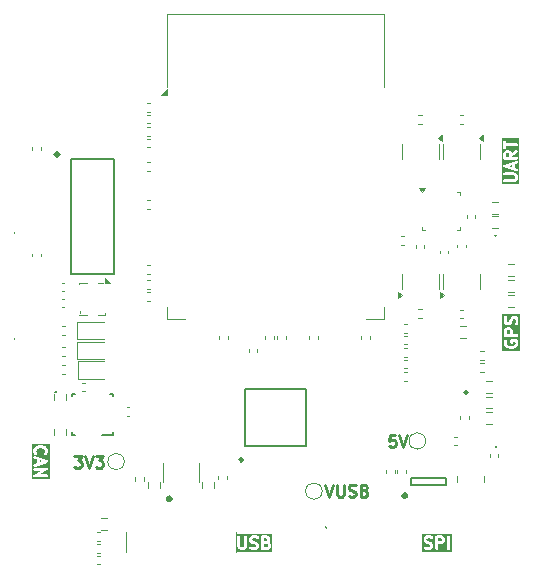
<source format=gbr>
%TF.GenerationSoftware,KiCad,Pcbnew,9.0.2*%
%TF.CreationDate,2025-07-11T17:32:00+01:00*%
%TF.ProjectId,MCU_AURA,4d43555f-4155-4524-912e-6b696361645f,rev?*%
%TF.SameCoordinates,Original*%
%TF.FileFunction,Legend,Top*%
%TF.FilePolarity,Positive*%
%FSLAX46Y46*%
G04 Gerber Fmt 4.6, Leading zero omitted, Abs format (unit mm)*
G04 Created by KiCad (PCBNEW 9.0.2) date 2025-07-11 17:32:00*
%MOMM*%
%LPD*%
G01*
G04 APERTURE LIST*
%ADD10C,0.250000*%
%ADD11C,0.200000*%
%ADD12C,0.120000*%
%ADD13C,0.100000*%
%ADD14C,0.300000*%
G04 APERTURE END LIST*
D10*
X129209711Y-89964619D02*
X129543044Y-90964619D01*
X129543044Y-90964619D02*
X129876377Y-89964619D01*
X130209711Y-89964619D02*
X130209711Y-90774142D01*
X130209711Y-90774142D02*
X130257330Y-90869380D01*
X130257330Y-90869380D02*
X130304949Y-90917000D01*
X130304949Y-90917000D02*
X130400187Y-90964619D01*
X130400187Y-90964619D02*
X130590663Y-90964619D01*
X130590663Y-90964619D02*
X130685901Y-90917000D01*
X130685901Y-90917000D02*
X130733520Y-90869380D01*
X130733520Y-90869380D02*
X130781139Y-90774142D01*
X130781139Y-90774142D02*
X130781139Y-89964619D01*
X131209711Y-90917000D02*
X131352568Y-90964619D01*
X131352568Y-90964619D02*
X131590663Y-90964619D01*
X131590663Y-90964619D02*
X131685901Y-90917000D01*
X131685901Y-90917000D02*
X131733520Y-90869380D01*
X131733520Y-90869380D02*
X131781139Y-90774142D01*
X131781139Y-90774142D02*
X131781139Y-90678904D01*
X131781139Y-90678904D02*
X131733520Y-90583666D01*
X131733520Y-90583666D02*
X131685901Y-90536047D01*
X131685901Y-90536047D02*
X131590663Y-90488428D01*
X131590663Y-90488428D02*
X131400187Y-90440809D01*
X131400187Y-90440809D02*
X131304949Y-90393190D01*
X131304949Y-90393190D02*
X131257330Y-90345571D01*
X131257330Y-90345571D02*
X131209711Y-90250333D01*
X131209711Y-90250333D02*
X131209711Y-90155095D01*
X131209711Y-90155095D02*
X131257330Y-90059857D01*
X131257330Y-90059857D02*
X131304949Y-90012238D01*
X131304949Y-90012238D02*
X131400187Y-89964619D01*
X131400187Y-89964619D02*
X131638282Y-89964619D01*
X131638282Y-89964619D02*
X131781139Y-90012238D01*
X132543044Y-90440809D02*
X132685901Y-90488428D01*
X132685901Y-90488428D02*
X132733520Y-90536047D01*
X132733520Y-90536047D02*
X132781139Y-90631285D01*
X132781139Y-90631285D02*
X132781139Y-90774142D01*
X132781139Y-90774142D02*
X132733520Y-90869380D01*
X132733520Y-90869380D02*
X132685901Y-90917000D01*
X132685901Y-90917000D02*
X132590663Y-90964619D01*
X132590663Y-90964619D02*
X132209711Y-90964619D01*
X132209711Y-90964619D02*
X132209711Y-89964619D01*
X132209711Y-89964619D02*
X132543044Y-89964619D01*
X132543044Y-89964619D02*
X132638282Y-90012238D01*
X132638282Y-90012238D02*
X132685901Y-90059857D01*
X132685901Y-90059857D02*
X132733520Y-90155095D01*
X132733520Y-90155095D02*
X132733520Y-90250333D01*
X132733520Y-90250333D02*
X132685901Y-90345571D01*
X132685901Y-90345571D02*
X132638282Y-90393190D01*
X132638282Y-90393190D02*
X132543044Y-90440809D01*
X132543044Y-90440809D02*
X132209711Y-90440809D01*
G36*
X139057094Y-94514969D02*
G01*
X139076026Y-94533902D01*
X139101377Y-94584603D01*
X139101377Y-94668443D01*
X139076026Y-94719144D01*
X139057094Y-94738077D01*
X139006393Y-94763428D01*
X138779949Y-94763428D01*
X138779949Y-94489619D01*
X139006393Y-94489619D01*
X139057094Y-94514969D01*
G37*
G36*
X139904949Y-95614619D02*
G01*
X137404949Y-95614619D01*
X137404949Y-94555095D01*
X137529949Y-94555095D01*
X137529949Y-94650333D01*
X137532351Y-94674719D01*
X137534069Y-94678867D01*
X137534388Y-94683349D01*
X137543146Y-94706235D01*
X137590764Y-94801472D01*
X137597373Y-94811970D01*
X137598635Y-94815017D01*
X137601450Y-94818448D01*
X137603819Y-94822210D01*
X137606313Y-94824373D01*
X137614180Y-94833959D01*
X137661798Y-94881578D01*
X137671386Y-94889447D01*
X137673548Y-94891939D01*
X137677305Y-94894304D01*
X137680740Y-94897123D01*
X137683790Y-94898386D01*
X137694285Y-94904993D01*
X137789523Y-94952612D01*
X137791308Y-94953295D01*
X137792033Y-94953832D01*
X137802262Y-94957487D01*
X137812409Y-94961370D01*
X137813308Y-94961433D01*
X137815108Y-94962077D01*
X137992274Y-95006368D01*
X138057094Y-95038778D01*
X138076026Y-95057711D01*
X138101377Y-95108412D01*
X138101377Y-95144633D01*
X138076025Y-95195336D01*
X138057094Y-95214268D01*
X138006393Y-95239619D01*
X137818092Y-95239619D01*
X137694477Y-95198415D01*
X137670583Y-95192982D01*
X137621934Y-95196439D01*
X137578309Y-95218251D01*
X137546354Y-95255097D01*
X137530931Y-95301366D01*
X137534388Y-95350015D01*
X137556200Y-95393640D01*
X137593046Y-95425595D01*
X137615421Y-95435585D01*
X137758277Y-95483204D01*
X137770370Y-95485953D01*
X137773420Y-95487217D01*
X137777841Y-95487652D01*
X137782171Y-95488637D01*
X137785462Y-95488403D01*
X137797806Y-95489619D01*
X138035901Y-95489619D01*
X138060287Y-95487217D01*
X138064435Y-95485498D01*
X138068917Y-95485180D01*
X138091803Y-95476422D01*
X138187040Y-95428804D01*
X138197536Y-95422196D01*
X138200586Y-95420933D01*
X138204019Y-95418114D01*
X138207778Y-95415749D01*
X138209940Y-95413255D01*
X138219528Y-95405387D01*
X138267147Y-95357768D01*
X138275014Y-95348180D01*
X138277507Y-95346019D01*
X138279873Y-95342259D01*
X138282692Y-95338825D01*
X138283954Y-95335776D01*
X138290561Y-95325282D01*
X138338180Y-95230044D01*
X138346938Y-95207158D01*
X138347256Y-95202677D01*
X138348975Y-95198528D01*
X138351377Y-95174142D01*
X138351377Y-95078904D01*
X138348975Y-95054518D01*
X138347256Y-95050368D01*
X138346938Y-95045888D01*
X138338180Y-95023002D01*
X138290561Y-94927764D01*
X138283954Y-94917269D01*
X138282691Y-94914219D01*
X138279872Y-94910784D01*
X138277507Y-94907027D01*
X138275015Y-94904865D01*
X138267146Y-94895277D01*
X138219527Y-94847659D01*
X138209941Y-94839792D01*
X138207778Y-94837298D01*
X138204016Y-94834929D01*
X138200585Y-94832114D01*
X138197538Y-94830852D01*
X138187040Y-94824243D01*
X138091803Y-94776625D01*
X138090017Y-94775941D01*
X138089293Y-94775405D01*
X138079063Y-94771749D01*
X138068917Y-94767867D01*
X138068017Y-94767803D01*
X138066218Y-94767160D01*
X137889053Y-94722868D01*
X137824232Y-94690458D01*
X137805299Y-94671526D01*
X137779949Y-94620825D01*
X137779949Y-94584603D01*
X137805299Y-94533901D01*
X137824232Y-94514969D01*
X137874934Y-94489619D01*
X138063237Y-94489619D01*
X138186848Y-94530823D01*
X138210742Y-94536256D01*
X138259392Y-94532799D01*
X138303016Y-94510987D01*
X138334972Y-94474141D01*
X138350395Y-94427872D01*
X138346938Y-94379222D01*
X138339636Y-94364619D01*
X138529949Y-94364619D01*
X138529949Y-95364619D01*
X138532351Y-95389005D01*
X138551015Y-95434065D01*
X138585503Y-95468553D01*
X138630563Y-95487217D01*
X138679335Y-95487217D01*
X138724395Y-95468553D01*
X138758883Y-95434065D01*
X138777547Y-95389005D01*
X138779949Y-95364619D01*
X138779949Y-95013428D01*
X139035901Y-95013428D01*
X139060287Y-95011026D01*
X139064435Y-95009307D01*
X139068917Y-95008989D01*
X139091803Y-95000231D01*
X139187040Y-94952613D01*
X139197538Y-94946003D01*
X139200585Y-94944742D01*
X139204016Y-94941926D01*
X139207778Y-94939558D01*
X139209941Y-94937063D01*
X139219527Y-94929197D01*
X139267146Y-94881579D01*
X139275015Y-94871990D01*
X139277507Y-94869829D01*
X139279872Y-94866071D01*
X139282691Y-94862637D01*
X139283954Y-94859586D01*
X139290561Y-94849092D01*
X139338180Y-94753854D01*
X139346938Y-94730968D01*
X139347256Y-94726487D01*
X139348975Y-94722338D01*
X139351377Y-94697952D01*
X139351377Y-94555095D01*
X139348975Y-94530709D01*
X139347256Y-94526559D01*
X139346938Y-94522079D01*
X139338180Y-94499193D01*
X139290561Y-94403955D01*
X139283954Y-94393460D01*
X139282691Y-94390410D01*
X139279872Y-94386975D01*
X139277507Y-94383218D01*
X139275015Y-94381056D01*
X139267146Y-94371468D01*
X139260297Y-94364619D01*
X139529949Y-94364619D01*
X139529949Y-95364619D01*
X139532351Y-95389005D01*
X139551015Y-95434065D01*
X139585503Y-95468553D01*
X139630563Y-95487217D01*
X139679335Y-95487217D01*
X139724395Y-95468553D01*
X139758883Y-95434065D01*
X139777547Y-95389005D01*
X139779949Y-95364619D01*
X139779949Y-94364619D01*
X139777547Y-94340233D01*
X139758883Y-94295173D01*
X139724395Y-94260685D01*
X139679335Y-94242021D01*
X139630563Y-94242021D01*
X139585503Y-94260685D01*
X139551015Y-94295173D01*
X139532351Y-94340233D01*
X139529949Y-94364619D01*
X139260297Y-94364619D01*
X139219527Y-94323850D01*
X139209941Y-94315983D01*
X139207778Y-94313489D01*
X139204016Y-94311120D01*
X139200585Y-94308305D01*
X139197538Y-94307043D01*
X139187040Y-94300434D01*
X139091803Y-94252816D01*
X139068917Y-94244058D01*
X139064435Y-94243739D01*
X139060287Y-94242021D01*
X139035901Y-94239619D01*
X138654949Y-94239619D01*
X138630563Y-94242021D01*
X138585503Y-94260685D01*
X138551015Y-94295173D01*
X138532351Y-94340233D01*
X138529949Y-94364619D01*
X138339636Y-94364619D01*
X138325126Y-94335598D01*
X138288280Y-94303643D01*
X138265905Y-94293652D01*
X138123048Y-94246034D01*
X138110957Y-94243284D01*
X138107906Y-94242021D01*
X138103483Y-94241585D01*
X138099154Y-94240601D01*
X138095863Y-94240834D01*
X138083520Y-94239619D01*
X137845425Y-94239619D01*
X137821039Y-94242021D01*
X137816889Y-94243739D01*
X137812409Y-94244058D01*
X137789523Y-94252816D01*
X137694285Y-94300435D01*
X137683790Y-94307041D01*
X137680740Y-94308305D01*
X137677305Y-94311123D01*
X137673548Y-94313489D01*
X137671386Y-94315980D01*
X137661798Y-94323850D01*
X137614180Y-94371469D01*
X137606313Y-94381054D01*
X137603819Y-94383218D01*
X137601450Y-94386979D01*
X137598635Y-94390411D01*
X137597373Y-94393457D01*
X137590764Y-94403956D01*
X137543146Y-94499193D01*
X137534388Y-94522079D01*
X137534069Y-94526560D01*
X137532351Y-94530709D01*
X137529949Y-94555095D01*
X137404949Y-94555095D01*
X137404949Y-94114619D01*
X139904949Y-94114619D01*
X139904949Y-95614619D01*
G37*
G36*
X144799145Y-76876353D02*
G01*
X144818077Y-76895286D01*
X144843428Y-76945987D01*
X144843428Y-77172431D01*
X144569619Y-77172431D01*
X144569619Y-76945987D01*
X144594969Y-76895285D01*
X144613902Y-76876353D01*
X144664604Y-76851003D01*
X144748444Y-76851003D01*
X144799145Y-76876353D01*
G37*
G36*
X145694619Y-78595050D02*
G01*
X144194619Y-78595050D01*
X144194619Y-77868860D01*
X144319619Y-77868860D01*
X144319619Y-78011717D01*
X144320834Y-78024060D01*
X144320601Y-78027351D01*
X144321585Y-78031680D01*
X144322021Y-78036103D01*
X144323284Y-78039154D01*
X144326034Y-78051245D01*
X144373652Y-78194102D01*
X144383643Y-78216477D01*
X144386586Y-78219870D01*
X144388305Y-78224020D01*
X144403850Y-78242962D01*
X144499088Y-78338200D01*
X144508673Y-78346066D01*
X144510837Y-78348561D01*
X144514598Y-78350928D01*
X144518030Y-78353745D01*
X144521077Y-78355007D01*
X144531574Y-78361615D01*
X144626812Y-78409234D01*
X144628597Y-78409917D01*
X144629322Y-78410454D01*
X144639551Y-78414109D01*
X144649698Y-78417992D01*
X144650597Y-78418055D01*
X144652397Y-78418699D01*
X144842873Y-78466318D01*
X144847102Y-78466943D01*
X144848804Y-78467648D01*
X144857983Y-78468552D01*
X144867113Y-78469902D01*
X144868935Y-78469630D01*
X144873190Y-78470050D01*
X145016047Y-78470050D01*
X145020301Y-78469630D01*
X145022123Y-78469902D01*
X145031251Y-78468552D01*
X145040433Y-78467648D01*
X145042134Y-78466943D01*
X145046364Y-78466318D01*
X145236840Y-78418699D01*
X145238639Y-78418055D01*
X145239539Y-78417992D01*
X145249685Y-78414109D01*
X145259915Y-78410454D01*
X145260639Y-78409917D01*
X145262425Y-78409234D01*
X145357662Y-78361616D01*
X145368156Y-78355009D01*
X145371207Y-78353746D01*
X145374643Y-78350925D01*
X145378400Y-78348561D01*
X145380560Y-78346069D01*
X145390149Y-78338201D01*
X145485388Y-78242963D01*
X145500933Y-78224021D01*
X145502652Y-78219869D01*
X145505595Y-78216477D01*
X145515585Y-78194102D01*
X145563204Y-78051246D01*
X145565953Y-78039152D01*
X145567217Y-78036103D01*
X145567652Y-78031681D01*
X145568637Y-78027352D01*
X145568403Y-78024060D01*
X145569619Y-78011717D01*
X145569619Y-77916479D01*
X145568403Y-77904135D01*
X145568637Y-77900844D01*
X145567652Y-77896514D01*
X145567217Y-77892093D01*
X145565953Y-77889043D01*
X145563204Y-77876950D01*
X145515585Y-77734094D01*
X145505595Y-77711719D01*
X145502653Y-77708327D01*
X145500933Y-77704174D01*
X145485387Y-77685233D01*
X145437767Y-77637614D01*
X145418830Y-77622073D01*
X145418826Y-77622069D01*
X145373766Y-77603405D01*
X145349380Y-77601003D01*
X145016047Y-77601003D01*
X144991661Y-77603405D01*
X144946601Y-77622069D01*
X144912113Y-77656557D01*
X144893449Y-77701617D01*
X144891047Y-77726003D01*
X144891047Y-77916479D01*
X144893449Y-77940865D01*
X144912113Y-77985925D01*
X144946601Y-78020413D01*
X144991661Y-78039077D01*
X145040433Y-78039077D01*
X145085493Y-78020413D01*
X145119981Y-77985925D01*
X145138645Y-77940865D01*
X145141047Y-77916479D01*
X145141047Y-77851003D01*
X145291032Y-77851003D01*
X145319619Y-77936764D01*
X145319619Y-77991431D01*
X145287746Y-78087049D01*
X145227715Y-78147080D01*
X145162896Y-78179490D01*
X145000658Y-78220050D01*
X144888579Y-78220050D01*
X144726342Y-78179490D01*
X144661519Y-78147079D01*
X144601491Y-78087051D01*
X144569619Y-77991433D01*
X144569619Y-77898368D01*
X144604041Y-77829524D01*
X144612799Y-77806638D01*
X144616256Y-77757989D01*
X144600833Y-77711718D01*
X144568877Y-77674873D01*
X144525254Y-77653062D01*
X144476604Y-77649604D01*
X144430334Y-77665027D01*
X144393489Y-77696983D01*
X144380434Y-77717721D01*
X144332816Y-77812958D01*
X144324058Y-77835844D01*
X144323739Y-77840325D01*
X144322021Y-77844474D01*
X144319619Y-77868860D01*
X144194619Y-77868860D01*
X144194619Y-76916479D01*
X144319619Y-76916479D01*
X144319619Y-77297431D01*
X144322021Y-77321817D01*
X144340685Y-77366877D01*
X144375173Y-77401365D01*
X144420233Y-77420029D01*
X144444619Y-77422431D01*
X145444619Y-77422431D01*
X145469005Y-77420029D01*
X145514065Y-77401365D01*
X145548553Y-77366877D01*
X145567217Y-77321817D01*
X145567217Y-77273045D01*
X145548553Y-77227985D01*
X145514065Y-77193497D01*
X145469005Y-77174833D01*
X145444619Y-77172431D01*
X145093428Y-77172431D01*
X145093428Y-76916479D01*
X145091026Y-76892093D01*
X145089307Y-76887943D01*
X145088989Y-76883463D01*
X145080231Y-76860577D01*
X145032612Y-76765339D01*
X145026005Y-76754844D01*
X145024742Y-76751794D01*
X145021923Y-76748359D01*
X145019558Y-76744602D01*
X145017066Y-76742440D01*
X145009197Y-76732852D01*
X144961578Y-76685234D01*
X144951992Y-76677367D01*
X144949829Y-76674873D01*
X144946067Y-76672504D01*
X144942636Y-76669689D01*
X144939589Y-76668427D01*
X144929091Y-76661818D01*
X144833854Y-76614200D01*
X144810968Y-76605442D01*
X144806486Y-76605123D01*
X144802338Y-76603405D01*
X144777952Y-76601003D01*
X144635095Y-76601003D01*
X144610709Y-76603405D01*
X144606559Y-76605123D01*
X144602079Y-76605442D01*
X144579193Y-76614200D01*
X144483955Y-76661819D01*
X144473460Y-76668425D01*
X144470410Y-76669689D01*
X144466975Y-76672507D01*
X144463218Y-76674873D01*
X144461056Y-76677364D01*
X144451468Y-76685234D01*
X144403850Y-76732853D01*
X144395983Y-76742438D01*
X144393489Y-76744602D01*
X144391120Y-76748363D01*
X144388305Y-76751795D01*
X144387043Y-76754841D01*
X144380434Y-76765340D01*
X144332816Y-76860577D01*
X144324058Y-76883463D01*
X144323739Y-76887944D01*
X144322021Y-76892093D01*
X144319619Y-76916479D01*
X144194619Y-76916479D01*
X144194619Y-75916479D01*
X144319619Y-75916479D01*
X144319619Y-76154574D01*
X144322021Y-76178960D01*
X144323739Y-76183108D01*
X144324058Y-76187590D01*
X144332816Y-76210476D01*
X144380434Y-76305713D01*
X144387043Y-76316211D01*
X144388305Y-76319258D01*
X144391120Y-76322689D01*
X144393489Y-76326451D01*
X144395983Y-76328614D01*
X144403850Y-76338200D01*
X144451468Y-76385819D01*
X144461056Y-76393688D01*
X144463218Y-76396180D01*
X144466975Y-76398545D01*
X144470410Y-76401364D01*
X144473460Y-76402627D01*
X144483955Y-76409234D01*
X144579193Y-76456853D01*
X144602079Y-76465611D01*
X144606559Y-76465929D01*
X144610709Y-76467648D01*
X144635095Y-76470050D01*
X144730333Y-76470050D01*
X144754719Y-76467648D01*
X144758867Y-76465929D01*
X144763349Y-76465611D01*
X144786235Y-76456853D01*
X144881472Y-76409235D01*
X144891970Y-76402625D01*
X144895017Y-76401364D01*
X144898448Y-76398548D01*
X144902210Y-76396180D01*
X144904373Y-76393685D01*
X144913959Y-76385819D01*
X144961578Y-76338201D01*
X144969447Y-76328612D01*
X144971939Y-76326451D01*
X144974304Y-76322693D01*
X144977123Y-76319259D01*
X144978386Y-76316208D01*
X144984993Y-76305714D01*
X145032612Y-76210476D01*
X145033295Y-76208690D01*
X145033832Y-76207966D01*
X145037487Y-76197736D01*
X145041370Y-76187590D01*
X145041433Y-76186690D01*
X145042077Y-76184891D01*
X145086368Y-76007725D01*
X145118778Y-75942904D01*
X145137711Y-75923972D01*
X145188413Y-75898622D01*
X145224634Y-75898622D01*
X145275336Y-75923973D01*
X145294268Y-75942905D01*
X145319619Y-75993606D01*
X145319619Y-76181907D01*
X145278415Y-76305522D01*
X145272982Y-76329416D01*
X145276439Y-76378065D01*
X145298251Y-76421690D01*
X145335097Y-76453645D01*
X145381366Y-76469068D01*
X145430015Y-76465611D01*
X145473640Y-76443799D01*
X145505595Y-76406953D01*
X145515585Y-76384578D01*
X145563204Y-76241722D01*
X145565953Y-76229628D01*
X145567217Y-76226579D01*
X145567652Y-76222157D01*
X145568637Y-76217828D01*
X145568403Y-76214536D01*
X145569619Y-76202193D01*
X145569619Y-75964098D01*
X145567217Y-75939712D01*
X145565498Y-75935562D01*
X145565180Y-75931082D01*
X145556422Y-75908196D01*
X145508803Y-75812958D01*
X145502197Y-75802465D01*
X145500933Y-75799412D01*
X145498112Y-75795975D01*
X145495749Y-75792221D01*
X145493256Y-75790059D01*
X145485387Y-75780471D01*
X145437767Y-75732852D01*
X145428182Y-75724986D01*
X145426019Y-75722492D01*
X145422258Y-75720124D01*
X145418825Y-75717307D01*
X145415777Y-75716044D01*
X145405281Y-75709437D01*
X145310044Y-75661819D01*
X145287158Y-75653061D01*
X145282676Y-75652742D01*
X145278528Y-75651024D01*
X145254142Y-75648622D01*
X145158904Y-75648622D01*
X145134518Y-75651024D01*
X145130368Y-75652742D01*
X145125888Y-75653061D01*
X145103002Y-75661819D01*
X145007764Y-75709438D01*
X144997269Y-75716044D01*
X144994219Y-75717308D01*
X144990784Y-75720126D01*
X144987027Y-75722492D01*
X144984865Y-75724983D01*
X144975277Y-75732853D01*
X144927659Y-75780472D01*
X144919792Y-75790057D01*
X144917298Y-75792221D01*
X144914929Y-75795982D01*
X144912114Y-75799414D01*
X144910852Y-75802460D01*
X144904243Y-75812959D01*
X144856625Y-75908196D01*
X144855941Y-75909981D01*
X144855405Y-75910706D01*
X144851749Y-75920935D01*
X144847867Y-75931082D01*
X144847803Y-75931981D01*
X144847160Y-75933781D01*
X144802868Y-76110945D01*
X144770458Y-76175766D01*
X144751526Y-76194699D01*
X144700825Y-76220050D01*
X144664604Y-76220050D01*
X144613902Y-76194699D01*
X144594969Y-76175767D01*
X144569619Y-76125066D01*
X144569619Y-75936762D01*
X144610823Y-75813151D01*
X144616256Y-75789257D01*
X144612799Y-75740607D01*
X144590987Y-75696983D01*
X144554141Y-75665027D01*
X144507872Y-75649604D01*
X144459222Y-75653061D01*
X144415598Y-75674873D01*
X144383643Y-75711719D01*
X144373652Y-75734094D01*
X144326034Y-75876951D01*
X144323284Y-75889041D01*
X144322021Y-75892093D01*
X144321585Y-75896515D01*
X144320601Y-75900845D01*
X144320834Y-75904135D01*
X144319619Y-75916479D01*
X144194619Y-75916479D01*
X144194619Y-75523622D01*
X145694619Y-75523622D01*
X145694619Y-78595050D01*
G37*
X107957330Y-87514619D02*
X108576377Y-87514619D01*
X108576377Y-87514619D02*
X108243044Y-87895571D01*
X108243044Y-87895571D02*
X108385901Y-87895571D01*
X108385901Y-87895571D02*
X108481139Y-87943190D01*
X108481139Y-87943190D02*
X108528758Y-87990809D01*
X108528758Y-87990809D02*
X108576377Y-88086047D01*
X108576377Y-88086047D02*
X108576377Y-88324142D01*
X108576377Y-88324142D02*
X108528758Y-88419380D01*
X108528758Y-88419380D02*
X108481139Y-88467000D01*
X108481139Y-88467000D02*
X108385901Y-88514619D01*
X108385901Y-88514619D02*
X108100187Y-88514619D01*
X108100187Y-88514619D02*
X108004949Y-88467000D01*
X108004949Y-88467000D02*
X107957330Y-88419380D01*
X108862092Y-87514619D02*
X109195425Y-88514619D01*
X109195425Y-88514619D02*
X109528758Y-87514619D01*
X109766854Y-87514619D02*
X110385901Y-87514619D01*
X110385901Y-87514619D02*
X110052568Y-87895571D01*
X110052568Y-87895571D02*
X110195425Y-87895571D01*
X110195425Y-87895571D02*
X110290663Y-87943190D01*
X110290663Y-87943190D02*
X110338282Y-87990809D01*
X110338282Y-87990809D02*
X110385901Y-88086047D01*
X110385901Y-88086047D02*
X110385901Y-88324142D01*
X110385901Y-88324142D02*
X110338282Y-88419380D01*
X110338282Y-88419380D02*
X110290663Y-88467000D01*
X110290663Y-88467000D02*
X110195425Y-88514619D01*
X110195425Y-88514619D02*
X109909711Y-88514619D01*
X109909711Y-88514619D02*
X109814473Y-88467000D01*
X109814473Y-88467000D02*
X109766854Y-88419380D01*
G36*
X105220096Y-87963044D02*
G01*
X105026095Y-88027711D01*
X105026095Y-87898377D01*
X105220096Y-87963044D01*
G37*
G36*
X105865380Y-89451139D02*
G01*
X104365380Y-89451139D01*
X104365380Y-89192409D01*
X104490685Y-89192409D01*
X104492782Y-89208903D01*
X104492782Y-89225525D01*
X104495830Y-89232885D01*
X104496836Y-89240792D01*
X104505084Y-89255226D01*
X104511446Y-89270585D01*
X104517080Y-89276219D01*
X104521034Y-89283138D01*
X104534178Y-89293317D01*
X104545934Y-89305073D01*
X104553294Y-89308121D01*
X104559595Y-89313001D01*
X104575636Y-89317375D01*
X104590994Y-89323737D01*
X104603465Y-89324965D01*
X104606650Y-89325834D01*
X104609109Y-89325521D01*
X104615380Y-89326139D01*
X105615380Y-89326139D01*
X105639766Y-89323737D01*
X105684826Y-89305073D01*
X105719314Y-89270585D01*
X105737978Y-89225525D01*
X105737978Y-89176753D01*
X105719314Y-89131693D01*
X105684826Y-89097205D01*
X105639766Y-89078541D01*
X105615380Y-89076139D01*
X105086075Y-89076139D01*
X105677397Y-88738241D01*
X105682534Y-88734594D01*
X105684826Y-88733645D01*
X105687160Y-88731310D01*
X105697379Y-88724057D01*
X105707558Y-88710912D01*
X105719314Y-88699157D01*
X105722362Y-88691796D01*
X105727242Y-88685496D01*
X105731616Y-88669454D01*
X105737978Y-88654097D01*
X105737978Y-88646130D01*
X105740075Y-88638441D01*
X105737978Y-88621946D01*
X105737978Y-88605325D01*
X105734929Y-88597964D01*
X105733924Y-88590058D01*
X105725675Y-88575623D01*
X105719314Y-88560265D01*
X105713679Y-88554630D01*
X105709726Y-88547712D01*
X105696581Y-88537532D01*
X105684826Y-88525777D01*
X105677465Y-88522728D01*
X105671165Y-88517849D01*
X105655122Y-88513473D01*
X105639766Y-88507113D01*
X105627296Y-88505884D01*
X105624111Y-88505016D01*
X105621651Y-88505328D01*
X105615380Y-88504711D01*
X104615380Y-88504711D01*
X104590994Y-88507113D01*
X104545934Y-88525777D01*
X104511446Y-88560265D01*
X104492782Y-88605325D01*
X104492782Y-88654097D01*
X104511446Y-88699157D01*
X104545934Y-88733645D01*
X104590994Y-88752309D01*
X104615380Y-88754711D01*
X105144684Y-88754711D01*
X104553363Y-89092609D01*
X104548225Y-89096255D01*
X104545934Y-89097205D01*
X104543599Y-89099539D01*
X104533381Y-89106793D01*
X104523201Y-89119937D01*
X104511446Y-89131693D01*
X104508397Y-89139053D01*
X104503518Y-89145354D01*
X104499143Y-89161395D01*
X104492782Y-89176753D01*
X104492782Y-89184719D01*
X104490685Y-89192409D01*
X104365380Y-89192409D01*
X104365380Y-87614077D01*
X104491362Y-87614077D01*
X104494819Y-87662726D01*
X104516631Y-87706351D01*
X104553477Y-87738306D01*
X104575852Y-87748296D01*
X104776095Y-87815043D01*
X104776095Y-88111044D01*
X104575852Y-88177792D01*
X104553477Y-88187782D01*
X104516631Y-88219737D01*
X104494819Y-88263362D01*
X104491362Y-88312011D01*
X104506785Y-88358280D01*
X104538740Y-88395126D01*
X104582365Y-88416938D01*
X104631014Y-88420395D01*
X104654908Y-88414962D01*
X105654908Y-88081630D01*
X105677283Y-88071639D01*
X105684030Y-88065787D01*
X105692019Y-88061793D01*
X105702285Y-88049955D01*
X105714129Y-88039684D01*
X105718124Y-88031692D01*
X105723975Y-88024947D01*
X105728930Y-88010082D01*
X105735941Y-87996060D01*
X105736574Y-87987149D01*
X105739398Y-87978678D01*
X105738287Y-87963044D01*
X105739398Y-87947410D01*
X105736574Y-87938938D01*
X105735941Y-87930028D01*
X105728930Y-87916006D01*
X105723975Y-87901141D01*
X105718124Y-87894395D01*
X105714129Y-87886404D01*
X105702285Y-87876132D01*
X105692019Y-87864295D01*
X105684030Y-87860300D01*
X105677283Y-87854449D01*
X105654908Y-87844458D01*
X104654908Y-87511126D01*
X104631014Y-87505693D01*
X104582365Y-87509150D01*
X104538740Y-87530962D01*
X104506785Y-87567808D01*
X104491362Y-87614077D01*
X104365380Y-87614077D01*
X104365380Y-87058282D01*
X104490380Y-87058282D01*
X104490380Y-87153520D01*
X104491595Y-87165863D01*
X104491362Y-87169155D01*
X104492346Y-87173484D01*
X104492782Y-87177906D01*
X104494045Y-87180955D01*
X104496795Y-87193049D01*
X104544415Y-87335906D01*
X104554405Y-87358281D01*
X104557348Y-87361675D01*
X104559067Y-87365823D01*
X104574612Y-87384765D01*
X104622230Y-87432384D01*
X104641172Y-87447929D01*
X104686232Y-87466594D01*
X104735005Y-87466594D01*
X104780065Y-87447929D01*
X104814552Y-87413442D01*
X104833217Y-87368382D01*
X104833217Y-87319609D01*
X104814552Y-87274549D01*
X104799007Y-87255607D01*
X104772253Y-87228854D01*
X104740380Y-87133235D01*
X104740380Y-87078566D01*
X104772253Y-86982947D01*
X104832281Y-86922919D01*
X104897104Y-86890508D01*
X105059341Y-86849949D01*
X105171420Y-86849949D01*
X105333658Y-86890508D01*
X105398479Y-86922919D01*
X105458507Y-86982947D01*
X105490380Y-87078567D01*
X105490380Y-87133234D01*
X105458507Y-87228853D01*
X105431754Y-87255608D01*
X105416209Y-87274550D01*
X105397544Y-87319609D01*
X105397544Y-87368383D01*
X105416209Y-87413442D01*
X105450696Y-87447929D01*
X105495755Y-87466594D01*
X105544529Y-87466594D01*
X105589588Y-87447929D01*
X105608530Y-87432384D01*
X105656149Y-87384766D01*
X105671694Y-87365824D01*
X105673413Y-87361672D01*
X105676356Y-87358280D01*
X105686346Y-87335905D01*
X105733965Y-87193049D01*
X105736714Y-87180955D01*
X105737978Y-87177906D01*
X105738413Y-87173484D01*
X105739398Y-87169155D01*
X105739164Y-87165863D01*
X105740380Y-87153520D01*
X105740380Y-87058282D01*
X105739164Y-87045938D01*
X105739398Y-87042647D01*
X105738413Y-87038317D01*
X105737978Y-87033896D01*
X105736714Y-87030846D01*
X105733965Y-87018753D01*
X105686346Y-86875897D01*
X105676356Y-86853522D01*
X105673412Y-86850128D01*
X105671694Y-86845979D01*
X105656149Y-86827037D01*
X105560911Y-86731799D01*
X105551325Y-86723932D01*
X105549162Y-86721438D01*
X105545400Y-86719069D01*
X105541969Y-86716254D01*
X105538922Y-86714992D01*
X105528424Y-86708383D01*
X105433187Y-86660765D01*
X105431401Y-86660081D01*
X105430677Y-86659545D01*
X105420447Y-86655889D01*
X105410301Y-86652007D01*
X105409401Y-86651943D01*
X105407602Y-86651300D01*
X105217126Y-86603681D01*
X105212896Y-86603055D01*
X105211195Y-86602351D01*
X105202013Y-86601446D01*
X105192885Y-86600097D01*
X105191063Y-86600368D01*
X105186809Y-86599949D01*
X105043952Y-86599949D01*
X105039697Y-86600368D01*
X105037875Y-86600097D01*
X105028745Y-86601446D01*
X105019566Y-86602351D01*
X105017864Y-86603055D01*
X105013635Y-86603681D01*
X104823159Y-86651300D01*
X104821359Y-86651943D01*
X104820460Y-86652007D01*
X104810313Y-86655889D01*
X104800084Y-86659545D01*
X104799359Y-86660081D01*
X104797574Y-86660765D01*
X104702336Y-86708384D01*
X104691839Y-86714991D01*
X104688792Y-86716254D01*
X104685360Y-86719070D01*
X104681599Y-86721438D01*
X104679435Y-86723932D01*
X104669850Y-86731799D01*
X104574612Y-86827037D01*
X104559067Y-86845979D01*
X104557348Y-86850126D01*
X104554405Y-86853521D01*
X104544415Y-86875896D01*
X104496795Y-87018753D01*
X104494045Y-87030846D01*
X104492782Y-87033896D01*
X104492346Y-87038317D01*
X104491362Y-87042647D01*
X104491595Y-87045938D01*
X104490380Y-87058282D01*
X104365380Y-87058282D01*
X104365380Y-86474949D01*
X105865380Y-86474949D01*
X105865380Y-89451139D01*
G37*
X135128758Y-85764619D02*
X134652568Y-85764619D01*
X134652568Y-85764619D02*
X134604949Y-86240809D01*
X134604949Y-86240809D02*
X134652568Y-86193190D01*
X134652568Y-86193190D02*
X134747806Y-86145571D01*
X134747806Y-86145571D02*
X134985901Y-86145571D01*
X134985901Y-86145571D02*
X135081139Y-86193190D01*
X135081139Y-86193190D02*
X135128758Y-86240809D01*
X135128758Y-86240809D02*
X135176377Y-86336047D01*
X135176377Y-86336047D02*
X135176377Y-86574142D01*
X135176377Y-86574142D02*
X135128758Y-86669380D01*
X135128758Y-86669380D02*
X135081139Y-86717000D01*
X135081139Y-86717000D02*
X134985901Y-86764619D01*
X134985901Y-86764619D02*
X134747806Y-86764619D01*
X134747806Y-86764619D02*
X134652568Y-86717000D01*
X134652568Y-86717000D02*
X134604949Y-86669380D01*
X135462092Y-85764619D02*
X135795425Y-86764619D01*
X135795425Y-86764619D02*
X136128758Y-85764619D01*
G36*
X124311235Y-94997681D02*
G01*
X124323645Y-95010092D01*
X124348996Y-95060793D01*
X124348996Y-95144633D01*
X124323644Y-95195336D01*
X124304713Y-95214268D01*
X124254012Y-95239619D01*
X124027568Y-95239619D01*
X124027568Y-94965809D01*
X124215618Y-94965809D01*
X124311235Y-94997681D01*
G37*
G36*
X124257094Y-94514969D02*
G01*
X124276026Y-94533902D01*
X124301377Y-94584603D01*
X124301377Y-94620824D01*
X124276026Y-94671525D01*
X124257094Y-94690458D01*
X124206393Y-94715809D01*
X124027568Y-94715809D01*
X124027568Y-94489619D01*
X124206393Y-94489619D01*
X124257094Y-94514969D01*
G37*
G36*
X124723996Y-95614619D02*
G01*
X121652568Y-95614619D01*
X121652568Y-94364619D01*
X121777568Y-94364619D01*
X121777568Y-95174142D01*
X121779970Y-95198528D01*
X121781688Y-95202676D01*
X121782007Y-95207158D01*
X121790765Y-95230044D01*
X121838383Y-95325281D01*
X121844990Y-95335777D01*
X121846253Y-95338825D01*
X121849070Y-95342258D01*
X121851438Y-95346019D01*
X121853932Y-95348182D01*
X121861798Y-95357767D01*
X121909417Y-95405387D01*
X121919005Y-95413256D01*
X121921167Y-95415749D01*
X121924921Y-95418112D01*
X121928358Y-95420933D01*
X121931411Y-95422197D01*
X121941904Y-95428803D01*
X122037142Y-95476422D01*
X122060028Y-95485180D01*
X122064508Y-95485498D01*
X122068658Y-95487217D01*
X122093044Y-95489619D01*
X122283520Y-95489619D01*
X122307906Y-95487217D01*
X122312054Y-95485498D01*
X122316536Y-95485180D01*
X122339422Y-95476422D01*
X122434659Y-95428804D01*
X122445155Y-95422196D01*
X122448205Y-95420933D01*
X122451638Y-95418114D01*
X122455397Y-95415749D01*
X122457559Y-95413255D01*
X122467147Y-95405387D01*
X122514766Y-95357768D01*
X122522633Y-95348180D01*
X122525126Y-95346019D01*
X122527492Y-95342259D01*
X122530311Y-95338825D01*
X122531573Y-95335776D01*
X122538180Y-95325282D01*
X122585799Y-95230044D01*
X122594557Y-95207158D01*
X122594875Y-95202677D01*
X122596594Y-95198528D01*
X122598996Y-95174142D01*
X122598996Y-94555095D01*
X122777568Y-94555095D01*
X122777568Y-94650333D01*
X122779970Y-94674719D01*
X122781688Y-94678867D01*
X122782007Y-94683349D01*
X122790765Y-94706235D01*
X122838383Y-94801472D01*
X122844992Y-94811970D01*
X122846254Y-94815017D01*
X122849069Y-94818448D01*
X122851438Y-94822210D01*
X122853932Y-94824373D01*
X122861799Y-94833959D01*
X122909417Y-94881578D01*
X122919005Y-94889447D01*
X122921167Y-94891939D01*
X122924924Y-94894304D01*
X122928359Y-94897123D01*
X122931409Y-94898386D01*
X122941904Y-94904993D01*
X123037142Y-94952612D01*
X123038927Y-94953295D01*
X123039652Y-94953832D01*
X123049881Y-94957487D01*
X123060028Y-94961370D01*
X123060927Y-94961433D01*
X123062727Y-94962077D01*
X123239893Y-95006368D01*
X123304713Y-95038778D01*
X123323645Y-95057711D01*
X123348996Y-95108412D01*
X123348996Y-95144633D01*
X123323644Y-95195336D01*
X123304713Y-95214268D01*
X123254012Y-95239619D01*
X123065711Y-95239619D01*
X122942096Y-95198415D01*
X122918202Y-95192982D01*
X122869553Y-95196439D01*
X122825928Y-95218251D01*
X122793973Y-95255097D01*
X122778550Y-95301366D01*
X122782007Y-95350015D01*
X122803819Y-95393640D01*
X122840665Y-95425595D01*
X122863040Y-95435585D01*
X123005896Y-95483204D01*
X123017989Y-95485953D01*
X123021039Y-95487217D01*
X123025460Y-95487652D01*
X123029790Y-95488637D01*
X123033081Y-95488403D01*
X123045425Y-95489619D01*
X123283520Y-95489619D01*
X123307906Y-95487217D01*
X123312054Y-95485498D01*
X123316536Y-95485180D01*
X123339422Y-95476422D01*
X123434659Y-95428804D01*
X123445155Y-95422196D01*
X123448205Y-95420933D01*
X123451638Y-95418114D01*
X123455397Y-95415749D01*
X123457559Y-95413255D01*
X123467147Y-95405387D01*
X123514766Y-95357768D01*
X123522633Y-95348180D01*
X123525126Y-95346019D01*
X123527492Y-95342259D01*
X123530311Y-95338825D01*
X123531573Y-95335776D01*
X123538180Y-95325282D01*
X123585799Y-95230044D01*
X123594557Y-95207158D01*
X123594875Y-95202677D01*
X123596594Y-95198528D01*
X123598996Y-95174142D01*
X123598996Y-95078904D01*
X123596594Y-95054518D01*
X123594875Y-95050368D01*
X123594557Y-95045888D01*
X123585799Y-95023002D01*
X123538180Y-94927764D01*
X123531573Y-94917269D01*
X123530310Y-94914219D01*
X123527491Y-94910784D01*
X123525126Y-94907027D01*
X123522634Y-94904865D01*
X123514765Y-94895277D01*
X123467146Y-94847659D01*
X123457560Y-94839792D01*
X123455397Y-94837298D01*
X123451635Y-94834929D01*
X123448204Y-94832114D01*
X123445157Y-94830852D01*
X123434659Y-94824243D01*
X123339422Y-94776625D01*
X123337636Y-94775941D01*
X123336912Y-94775405D01*
X123326682Y-94771749D01*
X123316536Y-94767867D01*
X123315636Y-94767803D01*
X123313837Y-94767160D01*
X123136672Y-94722868D01*
X123071851Y-94690458D01*
X123052918Y-94671526D01*
X123027568Y-94620825D01*
X123027568Y-94584603D01*
X123052918Y-94533901D01*
X123071851Y-94514969D01*
X123122553Y-94489619D01*
X123310856Y-94489619D01*
X123434467Y-94530823D01*
X123458361Y-94536256D01*
X123507011Y-94532799D01*
X123550635Y-94510987D01*
X123582591Y-94474141D01*
X123598014Y-94427872D01*
X123594557Y-94379222D01*
X123587255Y-94364619D01*
X123777568Y-94364619D01*
X123777568Y-95364619D01*
X123779970Y-95389005D01*
X123798634Y-95434065D01*
X123833122Y-95468553D01*
X123878182Y-95487217D01*
X123902568Y-95489619D01*
X124283520Y-95489619D01*
X124307906Y-95487217D01*
X124312054Y-95485498D01*
X124316536Y-95485180D01*
X124339422Y-95476422D01*
X124434659Y-95428804D01*
X124445155Y-95422196D01*
X124448205Y-95420933D01*
X124451638Y-95418114D01*
X124455397Y-95415749D01*
X124457559Y-95413255D01*
X124467147Y-95405387D01*
X124514766Y-95357768D01*
X124522633Y-95348180D01*
X124525126Y-95346019D01*
X124527492Y-95342259D01*
X124530311Y-95338825D01*
X124531573Y-95335776D01*
X124538180Y-95325282D01*
X124585799Y-95230044D01*
X124594557Y-95207158D01*
X124594875Y-95202677D01*
X124596594Y-95198528D01*
X124598996Y-95174142D01*
X124598996Y-95031285D01*
X124596594Y-95006899D01*
X124594875Y-95002749D01*
X124594557Y-94998269D01*
X124585799Y-94975383D01*
X124538180Y-94880145D01*
X124531573Y-94869650D01*
X124530310Y-94866600D01*
X124527491Y-94863165D01*
X124525126Y-94859408D01*
X124522634Y-94857246D01*
X124514765Y-94847658D01*
X124482435Y-94815329D01*
X124482691Y-94815018D01*
X124483954Y-94811967D01*
X124490561Y-94801473D01*
X124538180Y-94706235D01*
X124546938Y-94683349D01*
X124547256Y-94678868D01*
X124548975Y-94674719D01*
X124551377Y-94650333D01*
X124551377Y-94555095D01*
X124548975Y-94530709D01*
X124547256Y-94526559D01*
X124546938Y-94522079D01*
X124538180Y-94499193D01*
X124490561Y-94403955D01*
X124483954Y-94393460D01*
X124482691Y-94390410D01*
X124479872Y-94386975D01*
X124477507Y-94383218D01*
X124475015Y-94381056D01*
X124467146Y-94371468D01*
X124419527Y-94323850D01*
X124409941Y-94315983D01*
X124407778Y-94313489D01*
X124404016Y-94311120D01*
X124400585Y-94308305D01*
X124397538Y-94307043D01*
X124387040Y-94300434D01*
X124291803Y-94252816D01*
X124268917Y-94244058D01*
X124264435Y-94243739D01*
X124260287Y-94242021D01*
X124235901Y-94239619D01*
X123902568Y-94239619D01*
X123878182Y-94242021D01*
X123833122Y-94260685D01*
X123798634Y-94295173D01*
X123779970Y-94340233D01*
X123777568Y-94364619D01*
X123587255Y-94364619D01*
X123572745Y-94335598D01*
X123535899Y-94303643D01*
X123513524Y-94293652D01*
X123370667Y-94246034D01*
X123358576Y-94243284D01*
X123355525Y-94242021D01*
X123351102Y-94241585D01*
X123346773Y-94240601D01*
X123343482Y-94240834D01*
X123331139Y-94239619D01*
X123093044Y-94239619D01*
X123068658Y-94242021D01*
X123064508Y-94243739D01*
X123060028Y-94244058D01*
X123037142Y-94252816D01*
X122941904Y-94300435D01*
X122931409Y-94307041D01*
X122928359Y-94308305D01*
X122924924Y-94311123D01*
X122921167Y-94313489D01*
X122919005Y-94315980D01*
X122909417Y-94323850D01*
X122861799Y-94371469D01*
X122853932Y-94381054D01*
X122851438Y-94383218D01*
X122849069Y-94386979D01*
X122846254Y-94390411D01*
X122844992Y-94393457D01*
X122838383Y-94403956D01*
X122790765Y-94499193D01*
X122782007Y-94522079D01*
X122781688Y-94526560D01*
X122779970Y-94530709D01*
X122777568Y-94555095D01*
X122598996Y-94555095D01*
X122598996Y-94364619D01*
X122596594Y-94340233D01*
X122577930Y-94295173D01*
X122543442Y-94260685D01*
X122498382Y-94242021D01*
X122449610Y-94242021D01*
X122404550Y-94260685D01*
X122370062Y-94295173D01*
X122351398Y-94340233D01*
X122348996Y-94364619D01*
X122348996Y-95144633D01*
X122323644Y-95195336D01*
X122304713Y-95214268D01*
X122254012Y-95239619D01*
X122122553Y-95239619D01*
X122071851Y-95214268D01*
X122052919Y-95195336D01*
X122027568Y-95144634D01*
X122027568Y-94364619D01*
X122025166Y-94340233D01*
X122006502Y-94295173D01*
X121972014Y-94260685D01*
X121926954Y-94242021D01*
X121878182Y-94242021D01*
X121833122Y-94260685D01*
X121798634Y-94295173D01*
X121779970Y-94340233D01*
X121777568Y-94364619D01*
X121652568Y-94364619D01*
X121652568Y-94114619D01*
X124723996Y-94114619D01*
X124723996Y-95614619D01*
G37*
G36*
X144983904Y-63044002D02*
G01*
X144789903Y-62979336D01*
X144983904Y-62914669D01*
X144983904Y-63044002D01*
G37*
G36*
X144749145Y-61891591D02*
G01*
X144768077Y-61910524D01*
X144793428Y-61961225D01*
X144793428Y-62187669D01*
X144519619Y-62187669D01*
X144519619Y-61961225D01*
X144544969Y-61910523D01*
X144563902Y-61891591D01*
X144614604Y-61866241D01*
X144698444Y-61866241D01*
X144749145Y-61891591D01*
G37*
G36*
X145644619Y-64467431D02*
G01*
X144144619Y-64467431D01*
X144144619Y-63621617D01*
X144272021Y-63621617D01*
X144272021Y-63670389D01*
X144290685Y-63715449D01*
X144325173Y-63749937D01*
X144370233Y-63768601D01*
X144394619Y-63771003D01*
X145174634Y-63771003D01*
X145225336Y-63796354D01*
X145244268Y-63815286D01*
X145269619Y-63865987D01*
X145269619Y-63997446D01*
X145244268Y-64048147D01*
X145225336Y-64067080D01*
X145174634Y-64092431D01*
X144394619Y-64092431D01*
X144370233Y-64094833D01*
X144325173Y-64113497D01*
X144290685Y-64147985D01*
X144272021Y-64193045D01*
X144272021Y-64241817D01*
X144290685Y-64286877D01*
X144325173Y-64321365D01*
X144370233Y-64340029D01*
X144394619Y-64342431D01*
X145204142Y-64342431D01*
X145228528Y-64340029D01*
X145232676Y-64338310D01*
X145237158Y-64337992D01*
X145260044Y-64329234D01*
X145355281Y-64281616D01*
X145365777Y-64275008D01*
X145368825Y-64273746D01*
X145372258Y-64270928D01*
X145376019Y-64268561D01*
X145378182Y-64266066D01*
X145387767Y-64258201D01*
X145435387Y-64210582D01*
X145443256Y-64200993D01*
X145445749Y-64198832D01*
X145448112Y-64195077D01*
X145450933Y-64191641D01*
X145452197Y-64188587D01*
X145458803Y-64178095D01*
X145506422Y-64082857D01*
X145515180Y-64059971D01*
X145515498Y-64055490D01*
X145517217Y-64051341D01*
X145519619Y-64026955D01*
X145519619Y-63836479D01*
X145517217Y-63812093D01*
X145515498Y-63807943D01*
X145515180Y-63803463D01*
X145506422Y-63780577D01*
X145458803Y-63685339D01*
X145452197Y-63674846D01*
X145450933Y-63671793D01*
X145448112Y-63668356D01*
X145445749Y-63664602D01*
X145443256Y-63662440D01*
X145435387Y-63652852D01*
X145387767Y-63605233D01*
X145378182Y-63597367D01*
X145376019Y-63594873D01*
X145372258Y-63592505D01*
X145368825Y-63589688D01*
X145365777Y-63588425D01*
X145355281Y-63581818D01*
X145260044Y-63534200D01*
X145237158Y-63525442D01*
X145232676Y-63525123D01*
X145228528Y-63523405D01*
X145204142Y-63521003D01*
X144394619Y-63521003D01*
X144370233Y-63523405D01*
X144325173Y-63542069D01*
X144290685Y-63576557D01*
X144272021Y-63621617D01*
X144144619Y-63621617D01*
X144144619Y-62963702D01*
X144270601Y-62963702D01*
X144271711Y-62979336D01*
X144270601Y-62994970D01*
X144273424Y-63003441D01*
X144274058Y-63012351D01*
X144281068Y-63026371D01*
X144286024Y-63041239D01*
X144291874Y-63047985D01*
X144295870Y-63055976D01*
X144307710Y-63066244D01*
X144317979Y-63078085D01*
X144325969Y-63082080D01*
X144332716Y-63087931D01*
X144355091Y-63097921D01*
X145355090Y-63431254D01*
X145378984Y-63436687D01*
X145427634Y-63433230D01*
X145471258Y-63411418D01*
X145503214Y-63374572D01*
X145518637Y-63328303D01*
X145515180Y-63279653D01*
X145493368Y-63236029D01*
X145456522Y-63204074D01*
X145434147Y-63194083D01*
X145233904Y-63127335D01*
X145233904Y-62831336D01*
X145434147Y-62764589D01*
X145456522Y-62754598D01*
X145493368Y-62722643D01*
X145515180Y-62679019D01*
X145518637Y-62630369D01*
X145503214Y-62584100D01*
X145471258Y-62547254D01*
X145427634Y-62525442D01*
X145378984Y-62521985D01*
X145355090Y-62527418D01*
X144355091Y-62860751D01*
X144332716Y-62870741D01*
X144325969Y-62876591D01*
X144317979Y-62880587D01*
X144307710Y-62892427D01*
X144295870Y-62902696D01*
X144291874Y-62910686D01*
X144286024Y-62917433D01*
X144281068Y-62932300D01*
X144274058Y-62946321D01*
X144273424Y-62955230D01*
X144270601Y-62963702D01*
X144144619Y-62963702D01*
X144144619Y-61931717D01*
X144269619Y-61931717D01*
X144269619Y-62312669D01*
X144272021Y-62337055D01*
X144290685Y-62382115D01*
X144325173Y-62416603D01*
X144370233Y-62435267D01*
X144394619Y-62437669D01*
X145394619Y-62437669D01*
X145419005Y-62435267D01*
X145464065Y-62416603D01*
X145498553Y-62382115D01*
X145517217Y-62337055D01*
X145517217Y-62288283D01*
X145498553Y-62243223D01*
X145464065Y-62208735D01*
X145419005Y-62190071D01*
X145394619Y-62187669D01*
X145043428Y-62187669D01*
X145043428Y-62139656D01*
X145466302Y-61843645D01*
X145484902Y-61827693D01*
X145511114Y-61786562D01*
X145519590Y-61738531D01*
X145509040Y-61690913D01*
X145481071Y-61650958D01*
X145439941Y-61624746D01*
X145391909Y-61616270D01*
X145344292Y-61626820D01*
X145322936Y-61638837D01*
X145018347Y-61852048D01*
X144982612Y-61780577D01*
X144976005Y-61770082D01*
X144974742Y-61767032D01*
X144971923Y-61763597D01*
X144969558Y-61759840D01*
X144967066Y-61757678D01*
X144959197Y-61748090D01*
X144911578Y-61700472D01*
X144901992Y-61692605D01*
X144899829Y-61690111D01*
X144896067Y-61687742D01*
X144892636Y-61684927D01*
X144889589Y-61683665D01*
X144879091Y-61677056D01*
X144783854Y-61629438D01*
X144760968Y-61620680D01*
X144756486Y-61620361D01*
X144752338Y-61618643D01*
X144727952Y-61616241D01*
X144585095Y-61616241D01*
X144560709Y-61618643D01*
X144556559Y-61620361D01*
X144552079Y-61620680D01*
X144529193Y-61629438D01*
X144433955Y-61677057D01*
X144423460Y-61683663D01*
X144420410Y-61684927D01*
X144416975Y-61687745D01*
X144413218Y-61690111D01*
X144411056Y-61692602D01*
X144401468Y-61700472D01*
X144353850Y-61748091D01*
X144345983Y-61757676D01*
X144343489Y-61759840D01*
X144341120Y-61763601D01*
X144338305Y-61767033D01*
X144337043Y-61770079D01*
X144330434Y-61780578D01*
X144282816Y-61875815D01*
X144274058Y-61898701D01*
X144273739Y-61903182D01*
X144272021Y-61907331D01*
X144269619Y-61931717D01*
X144144619Y-61931717D01*
X144144619Y-60884098D01*
X144269619Y-60884098D01*
X144269619Y-61455526D01*
X144272021Y-61479912D01*
X144290685Y-61524972D01*
X144325173Y-61559460D01*
X144370233Y-61578124D01*
X144419005Y-61578124D01*
X144464065Y-61559460D01*
X144498553Y-61524972D01*
X144517217Y-61479912D01*
X144519619Y-61455526D01*
X144519619Y-61294812D01*
X145394619Y-61294812D01*
X145419005Y-61292410D01*
X145464065Y-61273746D01*
X145498553Y-61239258D01*
X145517217Y-61194198D01*
X145517217Y-61145426D01*
X145498553Y-61100366D01*
X145464065Y-61065878D01*
X145419005Y-61047214D01*
X145394619Y-61044812D01*
X144519619Y-61044812D01*
X144519619Y-60884098D01*
X144517217Y-60859712D01*
X144498553Y-60814652D01*
X144464065Y-60780164D01*
X144419005Y-60761500D01*
X144370233Y-60761500D01*
X144325173Y-60780164D01*
X144290685Y-60814652D01*
X144272021Y-60859712D01*
X144269619Y-60884098D01*
X144144619Y-60884098D01*
X144144619Y-60636500D01*
X145644619Y-60636500D01*
X145644619Y-64467431D01*
G37*
D11*
%TO.C,IC2*%
X122385000Y-86675000D02*
X122385000Y-81825000D01*
X127615000Y-86675000D02*
X122385000Y-86675000D01*
X122385000Y-81825000D02*
X127615000Y-81825000D01*
X127615000Y-81825000D02*
X127615000Y-86675000D01*
D10*
X122225000Y-87850000D02*
G75*
G02*
X121975000Y-87850000I-125000J0D01*
G01*
X121975000Y-87850000D02*
G75*
G02*
X122225000Y-87850000I125000J0D01*
G01*
D12*
%TO.C,C106*%
X140142164Y-85890000D02*
X140357836Y-85890000D01*
X140142164Y-86610000D02*
X140357836Y-86610000D01*
D11*
%TO.C,U202*%
X111225003Y-82275000D02*
X111225003Y-82474999D01*
X111224998Y-85725000D02*
X110300001Y-85725000D01*
X111224998Y-85525001D02*
X111224998Y-85725000D01*
X111224998Y-82275000D02*
X110975001Y-82275000D01*
X108024999Y-85725000D02*
X107775002Y-85725000D01*
X108024999Y-82275000D02*
X107775002Y-82275000D01*
X107774997Y-85525001D02*
X107774997Y-85725000D01*
X107774997Y-82275000D02*
X107774997Y-82474999D01*
D12*
%TO.C,Q300*%
X135690000Y-61750000D02*
X135690000Y-61100000D01*
X135690000Y-61750000D02*
X135690000Y-62400000D01*
X138810000Y-61750000D02*
X138810000Y-61100000D01*
X138810000Y-61750000D02*
X138810000Y-62400000D01*
X139090000Y-60827500D02*
X138760000Y-60587500D01*
X139090000Y-60347500D01*
X139090000Y-60827500D01*
G36*
X139090000Y-60827500D02*
G01*
X138760000Y-60587500D01*
X139090000Y-60347500D01*
X139090000Y-60827500D01*
G37*
D13*
%TO.C,D403*%
X145150000Y-73900000D02*
X144650000Y-73900000D01*
X145150000Y-74900000D02*
X144650000Y-74900000D01*
D12*
%TO.C,C300*%
X136890000Y-69667164D02*
X136890000Y-69882836D01*
X137610000Y-69667164D02*
X137610000Y-69882836D01*
D13*
%TO.C,S201*%
X102850000Y-77550000D02*
X102850000Y-77550000D01*
X102850000Y-77650000D02*
X102850000Y-77650000D01*
X102850000Y-77550000D02*
G75*
G02*
X102850000Y-77650000I0J-50000D01*
G01*
X102850000Y-77650000D02*
G75*
G02*
X102850000Y-77550000I0J50000D01*
G01*
D11*
%TO.C,U101*%
X136500000Y-89350000D02*
X139400000Y-89350000D01*
X136500000Y-89950000D02*
X136500000Y-89350000D01*
X139400000Y-89350000D02*
X139400000Y-89950000D01*
X139400000Y-89950000D02*
X136500000Y-89950000D01*
D14*
X136100000Y-90900000D02*
G75*
G02*
X135800000Y-90900000I-150000J0D01*
G01*
X135800000Y-90900000D02*
G75*
G02*
X136100000Y-90900000I150000J0D01*
G01*
D12*
%TO.C,R102*%
X142653641Y-78620000D02*
X142346359Y-78620000D01*
X142653641Y-79380000D02*
X142346359Y-79380000D01*
D11*
%TO.C,J400*%
X106434000Y-82121000D02*
G75*
G02*
X106330000Y-82121000I-52000J0D01*
G01*
X106330000Y-82121000D02*
G75*
G02*
X106434000Y-82121000I52000J0D01*
G01*
D12*
%TO.C,U102*%
X139190000Y-72750000D02*
X139190000Y-72100000D01*
X139190000Y-72750000D02*
X139190000Y-73400000D01*
X142310000Y-72750000D02*
X142310000Y-72100000D01*
X142310000Y-72750000D02*
X142310000Y-73400000D01*
X139240000Y-73912500D02*
X138910000Y-74152500D01*
X138910000Y-73672500D01*
X139240000Y-73912500D01*
G36*
X139240000Y-73912500D02*
G01*
X138910000Y-74152500D01*
X138910000Y-73672500D01*
X139240000Y-73912500D01*
G37*
%TO.C,C101*%
X110107836Y-94990000D02*
X109892164Y-94990000D01*
X110107836Y-95710000D02*
X109892164Y-95710000D01*
%TO.C,C104*%
X136107836Y-79390000D02*
X135892164Y-79390000D01*
X136107836Y-80110000D02*
X135892164Y-80110000D01*
%TO.C,R401*%
X132220000Y-77653641D02*
X132220000Y-77346359D01*
X132980000Y-77653641D02*
X132980000Y-77346359D01*
%TO.C,C202*%
X114357836Y-60660000D02*
X114142164Y-60660000D01*
X114357836Y-61380000D02*
X114142164Y-61380000D01*
%TO.C,R100*%
X120120000Y-89206359D02*
X120120000Y-89513641D01*
X120880000Y-89206359D02*
X120880000Y-89513641D01*
D13*
%TO.C,U301*%
X108400000Y-72850000D02*
X108400000Y-73000000D01*
X108400000Y-72850000D02*
X109040000Y-72850000D01*
X108400000Y-75550000D02*
X109040000Y-75550000D01*
X108425000Y-75275000D02*
X108425000Y-75425000D01*
X109960000Y-72850000D02*
X110400000Y-72850000D01*
X109960000Y-75550000D02*
X110600000Y-75550000D01*
X110600000Y-75400000D02*
X110600000Y-75550000D01*
X110960000Y-72850000D02*
X110600000Y-72850000D01*
X110600000Y-72490000D01*
X110960000Y-72850000D01*
G36*
X110960000Y-72850000D02*
G01*
X110600000Y-72850000D01*
X110600000Y-72490000D01*
X110960000Y-72850000D01*
G37*
D12*
%TO.C,R306*%
X125120000Y-77346359D02*
X125120000Y-77653641D01*
X125880000Y-77346359D02*
X125880000Y-77653641D01*
%TO.C,C103*%
X140640000Y-84142164D02*
X140640000Y-84357836D01*
X141360000Y-84142164D02*
X141360000Y-84357836D01*
D13*
%TO.C,D409*%
X106250000Y-85250000D02*
X106250000Y-85750000D01*
X107250000Y-85250000D02*
X107250000Y-85750000D01*
%TO.C,D407*%
X143850000Y-67200000D02*
X143350000Y-67200000D01*
X143850000Y-68200000D02*
X143350000Y-68200000D01*
D12*
%TO.C,R200*%
X114403641Y-59640000D02*
X114096359Y-59640000D01*
X114403641Y-60400000D02*
X114096359Y-60400000D01*
%TO.C,D300*%
X108235000Y-79505000D02*
X108235000Y-80975000D01*
X108235000Y-80975000D02*
X110520000Y-80975000D01*
X110520000Y-79505000D02*
X108235000Y-79505000D01*
%TO.C,C203*%
X104390000Y-61607836D02*
X104390000Y-61392164D01*
X105110000Y-61607836D02*
X105110000Y-61392164D01*
%TO.C,C301*%
X141190000Y-67357836D02*
X141190000Y-67142164D01*
X141910000Y-67357836D02*
X141910000Y-67142164D01*
%TO.C,D103*%
X108215000Y-77865000D02*
X108215000Y-79335000D01*
X108215000Y-79335000D02*
X110500000Y-79335000D01*
X110500000Y-77865000D02*
X108215000Y-77865000D01*
%TO.C,C109*%
X140857836Y-75140000D02*
X140642164Y-75140000D01*
X140857836Y-75860000D02*
X140642164Y-75860000D01*
%TO.C,R1*%
X127870000Y-77346359D02*
X127870000Y-77653641D01*
X128630000Y-77346359D02*
X128630000Y-77653641D01*
%TO.C,TP104*%
X112200000Y-88000000D02*
G75*
G02*
X110800000Y-88000000I-700000J0D01*
G01*
X110800000Y-88000000D02*
G75*
G02*
X112200000Y-88000000I700000J0D01*
G01*
%TO.C,R400*%
X124120000Y-77346359D02*
X124120000Y-77653641D01*
X124880000Y-77346359D02*
X124880000Y-77653641D01*
D13*
%TO.C,D402*%
X145150000Y-72600000D02*
X144650000Y-72600000D01*
X145150000Y-73600000D02*
X144650000Y-73600000D01*
D12*
%TO.C,R107*%
X134320000Y-89003641D02*
X134320000Y-88696359D01*
X135080000Y-89003641D02*
X135080000Y-88696359D01*
%TO.C,R301*%
X140596359Y-58620000D02*
X140903641Y-58620000D01*
X140596359Y-59380000D02*
X140903641Y-59380000D01*
%TO.C,TP101*%
X137700000Y-86250000D02*
G75*
G02*
X136300000Y-86250000I-700000J0D01*
G01*
X136300000Y-86250000D02*
G75*
G02*
X137700000Y-86250000I700000J0D01*
G01*
%TO.C,C206*%
X108642164Y-81340000D02*
X108857836Y-81340000D01*
X108642164Y-82060000D02*
X108857836Y-82060000D01*
%TO.C,C205*%
X112392164Y-83390000D02*
X112607836Y-83390000D01*
X112392164Y-84110000D02*
X112607836Y-84110000D01*
D11*
%TO.C,IC1*%
X107650000Y-62400000D02*
X111350000Y-62400000D01*
X107650000Y-72100000D02*
X107650000Y-62400000D01*
X111350000Y-62400000D02*
X111350000Y-72100000D01*
X111350000Y-72100000D02*
X107650000Y-72100000D01*
D14*
X106650000Y-62000000D02*
G75*
G02*
X106350000Y-62000000I-150000J0D01*
G01*
X106350000Y-62000000D02*
G75*
G02*
X106650000Y-62000000I150000J0D01*
G01*
D12*
%TO.C,U300*%
X137400000Y-68350000D02*
X137400000Y-68100000D01*
X137400000Y-68350000D02*
X137650000Y-68350000D01*
X140600000Y-65150000D02*
X140350000Y-65150000D01*
X140600000Y-65150000D02*
X140600000Y-65400000D01*
X140600000Y-68350000D02*
X140350000Y-68350000D01*
X140600000Y-68350000D02*
X140600000Y-68100000D01*
X137400000Y-65150000D02*
X137160000Y-64820000D01*
X137640000Y-64820000D01*
X137400000Y-65150000D01*
G36*
X137400000Y-65150000D02*
G01*
X137160000Y-64820000D01*
X137640000Y-64820000D01*
X137400000Y-65150000D01*
G37*
%TO.C,Q302*%
X135690000Y-72750000D02*
X135690000Y-72100000D01*
X135690000Y-72750000D02*
X135690000Y-73400000D01*
X138810000Y-72750000D02*
X138810000Y-72100000D01*
X138810000Y-72750000D02*
X138810000Y-73400000D01*
X135740000Y-73912500D02*
X135410000Y-74152500D01*
X135410000Y-73672500D01*
X135740000Y-73912500D01*
G36*
X135740000Y-73912500D02*
G01*
X135410000Y-74152500D01*
X135410000Y-73672500D01*
X135740000Y-73912500D01*
G37*
D13*
%TO.C,D410*%
X106250000Y-82750000D02*
X106250000Y-82250000D01*
X107250000Y-82750000D02*
X107250000Y-82250000D01*
D12*
%TO.C,R108*%
X106896359Y-76520000D02*
X107203641Y-76520000D01*
X106896359Y-77280000D02*
X107203641Y-77280000D01*
%TO.C,R106*%
X135320000Y-88696359D02*
X135320000Y-89003641D01*
X136080000Y-88696359D02*
X136080000Y-89003641D01*
%TO.C,Q301*%
X139190000Y-61750000D02*
X139190000Y-61100000D01*
X139190000Y-61750000D02*
X139190000Y-62400000D01*
X142310000Y-61750000D02*
X142310000Y-61100000D01*
X142310000Y-61750000D02*
X142310000Y-62400000D01*
X142590000Y-60827500D02*
X142260000Y-60587500D01*
X142590000Y-60347500D01*
X142590000Y-60827500D01*
G36*
X142590000Y-60827500D02*
G01*
X142260000Y-60587500D01*
X142590000Y-60347500D01*
X142590000Y-60827500D01*
G37*
%TO.C,C107*%
X143140000Y-87607836D02*
X143140000Y-87392164D01*
X143860000Y-87607836D02*
X143860000Y-87392164D01*
%TO.C,R305*%
X106896359Y-79820000D02*
X107203641Y-79820000D01*
X106896359Y-80580000D02*
X107203641Y-80580000D01*
%TO.C,U201*%
X115440000Y-88910000D02*
X115440000Y-88110000D01*
X115440000Y-88910000D02*
X115440000Y-89710000D01*
X118560000Y-88910000D02*
X118560000Y-88110000D01*
X118560000Y-88910000D02*
X118560000Y-89710000D01*
D14*
X116150000Y-91160000D02*
G75*
G02*
X115850000Y-91160000I-150000J0D01*
G01*
X115850000Y-91160000D02*
G75*
G02*
X116150000Y-91160000I150000J0D01*
G01*
D13*
%TO.C,D405*%
X143350000Y-82500000D02*
X142850000Y-82500000D01*
X143350000Y-83500000D02*
X142850000Y-83500000D01*
D12*
%TO.C,C108*%
X140390000Y-69857836D02*
X140390000Y-69642164D01*
X141110000Y-69857836D02*
X141110000Y-69642164D01*
D13*
%TO.C,D101*%
X114200000Y-90210000D02*
X114200000Y-89710000D01*
X115200000Y-90210000D02*
X115200000Y-89710000D01*
D12*
%TO.C,R202*%
X114096359Y-73620000D02*
X114403641Y-73620000D01*
X114096359Y-74380000D02*
X114403641Y-74380000D01*
%TO.C,R201*%
X114096359Y-72630000D02*
X114403641Y-72630000D01*
X114096359Y-73390000D02*
X114403641Y-73390000D01*
D13*
%TO.C,D400*%
X140650000Y-76500000D02*
X141150000Y-76500000D01*
X140650000Y-77500000D02*
X141150000Y-77500000D01*
D12*
%TO.C,R205*%
X114403641Y-71370000D02*
X114096359Y-71370000D01*
X114403641Y-72130000D02*
X114096359Y-72130000D01*
%TO.C,C303*%
X114142164Y-62640000D02*
X114357836Y-62640000D01*
X114142164Y-63360000D02*
X114357836Y-63360000D01*
D13*
%TO.C,S200*%
X102850000Y-68550000D02*
X102850000Y-68550000D01*
X102850000Y-68650000D02*
X102850000Y-68650000D01*
X102850000Y-68550000D02*
G75*
G02*
X102850000Y-68650000I0J-50000D01*
G01*
X102850000Y-68650000D02*
G75*
G02*
X102850000Y-68550000I0J50000D01*
G01*
D12*
%TO.C,C105*%
X136107836Y-80440000D02*
X135892164Y-80440000D01*
X136107836Y-81160000D02*
X135892164Y-81160000D01*
%TO.C,C304*%
X107107836Y-74190000D02*
X106892164Y-74190000D01*
X107107836Y-74910000D02*
X106892164Y-74910000D01*
%TO.C,C102*%
X110107836Y-95990000D02*
X109892164Y-95990000D01*
X110107836Y-96710000D02*
X109892164Y-96710000D01*
%TO.C,C100*%
X110107836Y-93990000D02*
X109892164Y-93990000D01*
X110107836Y-94710000D02*
X109892164Y-94710000D01*
D10*
%TO.C,U100*%
X141250000Y-82150000D02*
G75*
G02*
X141000000Y-82150000I-125000J0D01*
G01*
X141000000Y-82150000D02*
G75*
G02*
X141250000Y-82150000I125000J0D01*
G01*
D12*
%TO.C,L101*%
X140390000Y-89761252D02*
X140390000Y-89238748D01*
X142610000Y-89761252D02*
X142610000Y-89238748D01*
%TO.C,C302*%
X138890000Y-70142164D02*
X138890000Y-70357836D01*
X139610000Y-70142164D02*
X139610000Y-70357836D01*
%TO.C,U200*%
X115800000Y-50100000D02*
X115800000Y-56300000D01*
X115800000Y-50100000D02*
X134200000Y-50100000D01*
X115800000Y-74950000D02*
X115800000Y-75950000D01*
X115800000Y-75950000D02*
X117300000Y-75950000D01*
X134200000Y-50100000D02*
X134200000Y-56300000D01*
X134200000Y-75950000D02*
X132700000Y-75950000D01*
X134200000Y-75950000D02*
X134200000Y-74950000D01*
X115800000Y-56975000D02*
X115300000Y-56975000D01*
X115800000Y-56475000D01*
X115800000Y-56975000D01*
G36*
X115800000Y-56975000D02*
G01*
X115300000Y-56975000D01*
X115800000Y-56475000D01*
X115800000Y-56975000D01*
G37*
%TO.C,TP100*%
X128950000Y-90500000D02*
G75*
G02*
X127550000Y-90500000I-700000J0D01*
G01*
X127550000Y-90500000D02*
G75*
G02*
X128950000Y-90500000I700000J0D01*
G01*
%TO.C,C401*%
X136107836Y-77360000D02*
X135892164Y-77360000D01*
X136107836Y-78080000D02*
X135892164Y-78080000D01*
%TO.C,R101*%
X113120000Y-89306359D02*
X113120000Y-89613641D01*
X113880000Y-89306359D02*
X113880000Y-89613641D01*
%TO.C,R104*%
X106896359Y-78270000D02*
X107203641Y-78270000D01*
X106896359Y-79030000D02*
X107203641Y-79030000D01*
%TO.C,R303*%
X137403641Y-75120000D02*
X137096359Y-75120000D01*
X137403641Y-75880000D02*
X137096359Y-75880000D01*
%TO.C,C1*%
X122740000Y-78707836D02*
X122740000Y-78492164D01*
X123460000Y-78707836D02*
X123460000Y-78492164D01*
%TO.C,R300*%
X137096359Y-58620000D02*
X137403641Y-58620000D01*
X137096359Y-59380000D02*
X137403641Y-59380000D01*
D13*
%TO.C,J405*%
X129250000Y-93500000D02*
X129250000Y-93500000D01*
X129250000Y-93600000D02*
X129250000Y-93600000D01*
X129250000Y-93500000D02*
G75*
G02*
X129250000Y-93600000I0J-50000D01*
G01*
X129250000Y-93600000D02*
G75*
G02*
X129250000Y-93500000I0J50000D01*
G01*
D12*
%TO.C,J100*%
X112330000Y-95650000D02*
X112330000Y-93950000D01*
X121670000Y-95650000D02*
X121670000Y-93950000D01*
D11*
%TO.C,J402*%
X143686000Y-68879000D02*
G75*
G02*
X143582000Y-68879000I-52000J0D01*
G01*
X143582000Y-68879000D02*
G75*
G02*
X143686000Y-68879000I52000J0D01*
G01*
D13*
%TO.C,D102*%
X110750000Y-92750000D02*
X110250000Y-92750000D01*
X110750000Y-93750000D02*
X110250000Y-93750000D01*
D12*
%TO.C,C204*%
X104390000Y-70607836D02*
X104390000Y-70392164D01*
X105110000Y-70607836D02*
X105110000Y-70392164D01*
%TO.C,R206*%
X120220000Y-77346359D02*
X120220000Y-77653641D01*
X120980000Y-77346359D02*
X120980000Y-77653641D01*
%TO.C,R304*%
X114403641Y-65870000D02*
X114096359Y-65870000D01*
X114403641Y-66630000D02*
X114096359Y-66630000D01*
%TO.C,R302*%
X135596359Y-68870000D02*
X135903641Y-68870000D01*
X135596359Y-69630000D02*
X135903641Y-69630000D01*
D13*
%TO.C,D406*%
X143350000Y-81200000D02*
X142850000Y-81200000D01*
X143350000Y-82200000D02*
X142850000Y-82200000D01*
D12*
%TO.C,C402*%
X136107836Y-76390000D02*
X135892164Y-76390000D01*
X136107836Y-77110000D02*
X135892164Y-77110000D01*
D13*
%TO.C,D100*%
X118800000Y-90210000D02*
X118800000Y-89710000D01*
X119800000Y-90210000D02*
X119800000Y-89710000D01*
D12*
%TO.C,R103*%
X142653641Y-79620000D02*
X142346359Y-79620000D01*
X142653641Y-80380000D02*
X142346359Y-80380000D01*
D13*
%TO.C,D401*%
X145150000Y-71300000D02*
X144650000Y-71300000D01*
X145150000Y-72300000D02*
X144650000Y-72300000D01*
%TO.C,D404*%
X143350000Y-83800000D02*
X142850000Y-83800000D01*
X143350000Y-84800000D02*
X142850000Y-84800000D01*
%TO.C,D408*%
X143850000Y-66000000D02*
X143350000Y-66000000D01*
X143850000Y-67000000D02*
X143350000Y-67000000D01*
D12*
%TO.C,D104*%
X108215000Y-76165000D02*
X108215000Y-77635000D01*
X108215000Y-77635000D02*
X110500000Y-77635000D01*
X110500000Y-76165000D02*
X108215000Y-76165000D01*
%TO.C,C305*%
X107107836Y-72840000D02*
X106892164Y-72840000D01*
X107107836Y-73560000D02*
X106892164Y-73560000D01*
D13*
%TO.C,J407*%
X143600000Y-86750000D02*
X143600000Y-86750000D01*
X143700000Y-86750000D02*
X143700000Y-86750000D01*
X143600000Y-86750000D02*
G75*
G02*
X143700000Y-86750000I50000J0D01*
G01*
X143700000Y-86750000D02*
G75*
G02*
X143600000Y-86750000I-50000J0D01*
G01*
D12*
%TO.C,C201*%
X114357836Y-58640000D02*
X114142164Y-58640000D01*
X114357836Y-59360000D02*
X114142164Y-59360000D01*
%TO.C,C400*%
X136107836Y-78390000D02*
X135892164Y-78390000D01*
X136107836Y-79110000D02*
X135892164Y-79110000D01*
%TO.C,C200*%
X114357836Y-57640000D02*
X114142164Y-57640000D01*
X114357836Y-58360000D02*
X114142164Y-58360000D01*
%TD*%
M02*

</source>
